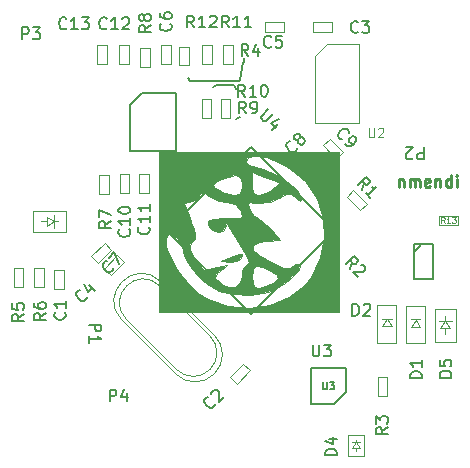
<source format=gbr>
G04 #@! TF.FileFunction,Other,Fab,Top*
%FSLAX46Y46*%
G04 Gerber Fmt 4.6, Leading zero omitted, Abs format (unit mm)*
G04 Created by KiCad (PCBNEW 4.0.4-stable) date 06/03/17 21:35:24*
%MOMM*%
%LPD*%
G01*
G04 APERTURE LIST*
%ADD10C,0.100000*%
%ADD11C,0.250000*%
%ADD12C,0.200000*%
%ADD13C,0.150000*%
%ADD14C,0.010000*%
%ADD15C,0.120000*%
%ADD16C,0.075000*%
G04 APERTURE END LIST*
D10*
D11*
X45547619Y-172395714D02*
X45547619Y-173062381D01*
X45547619Y-172490952D02*
X45595238Y-172443333D01*
X45690476Y-172395714D01*
X45833334Y-172395714D01*
X45928572Y-172443333D01*
X45976191Y-172538571D01*
X45976191Y-173062381D01*
X46452381Y-173062381D02*
X46452381Y-172395714D01*
X46452381Y-172490952D02*
X46500000Y-172443333D01*
X46595238Y-172395714D01*
X46738096Y-172395714D01*
X46833334Y-172443333D01*
X46880953Y-172538571D01*
X46880953Y-173062381D01*
X46880953Y-172538571D02*
X46928572Y-172443333D01*
X47023810Y-172395714D01*
X47166667Y-172395714D01*
X47261905Y-172443333D01*
X47309524Y-172538571D01*
X47309524Y-173062381D01*
X48166667Y-173014762D02*
X48071429Y-173062381D01*
X47880952Y-173062381D01*
X47785714Y-173014762D01*
X47738095Y-172919524D01*
X47738095Y-172538571D01*
X47785714Y-172443333D01*
X47880952Y-172395714D01*
X48071429Y-172395714D01*
X48166667Y-172443333D01*
X48214286Y-172538571D01*
X48214286Y-172633810D01*
X47738095Y-172729048D01*
X48642857Y-172395714D02*
X48642857Y-173062381D01*
X48642857Y-172490952D02*
X48690476Y-172443333D01*
X48785714Y-172395714D01*
X48928572Y-172395714D01*
X49023810Y-172443333D01*
X49071429Y-172538571D01*
X49071429Y-173062381D01*
X49976191Y-173062381D02*
X49976191Y-172062381D01*
X49976191Y-173014762D02*
X49880953Y-173062381D01*
X49690476Y-173062381D01*
X49595238Y-173014762D01*
X49547619Y-172967143D01*
X49500000Y-172871905D01*
X49500000Y-172586190D01*
X49547619Y-172490952D01*
X49595238Y-172443333D01*
X49690476Y-172395714D01*
X49880953Y-172395714D01*
X49976191Y-172443333D01*
X50452381Y-173062381D02*
X50452381Y-172395714D01*
X50452381Y-172062381D02*
X50404762Y-172110000D01*
X50452381Y-172157619D01*
X50500000Y-172110000D01*
X50452381Y-172062381D01*
X50452381Y-172157619D01*
D12*
X30130000Y-164440000D02*
X29810000Y-164610000D01*
X31570000Y-164440000D02*
X30130000Y-164440000D01*
X31730000Y-164770000D02*
X31570000Y-164440000D01*
X32130000Y-167090000D02*
X31790000Y-167320000D01*
X32400000Y-162440000D02*
X32450000Y-162110000D01*
X27940000Y-164090000D02*
X32040000Y-164080000D01*
X32070000Y-164040000D02*
X32390000Y-162460000D01*
D13*
X47638095Y-169697619D02*
X47638095Y-170697619D01*
X47257142Y-170697619D01*
X47161904Y-170650000D01*
X47114285Y-170602381D01*
X47066666Y-170507143D01*
X47066666Y-170364286D01*
X47114285Y-170269048D01*
X47161904Y-170221429D01*
X47257142Y-170173810D01*
X47638095Y-170173810D01*
X46685714Y-170602381D02*
X46638095Y-170650000D01*
X46542857Y-170697619D01*
X46304761Y-170697619D01*
X46209523Y-170650000D01*
X46161904Y-170602381D01*
X46114285Y-170507143D01*
X46114285Y-170411905D01*
X46161904Y-170269048D01*
X46733333Y-169697619D01*
X46114285Y-169697619D01*
X38238095Y-186402381D02*
X38238095Y-187211905D01*
X38285714Y-187307143D01*
X38333333Y-187354762D01*
X38428571Y-187402381D01*
X38619048Y-187402381D01*
X38714286Y-187354762D01*
X38761905Y-187307143D01*
X38809524Y-187211905D01*
X38809524Y-186402381D01*
X39190476Y-186402381D02*
X39809524Y-186402381D01*
X39476190Y-186783333D01*
X39619048Y-186783333D01*
X39714286Y-186830952D01*
X39761905Y-186878571D01*
X39809524Y-186973810D01*
X39809524Y-187211905D01*
X39761905Y-187307143D01*
X39714286Y-187354762D01*
X39619048Y-187402381D01*
X39333333Y-187402381D01*
X39238095Y-187354762D01*
X39190476Y-187307143D01*
X40302381Y-195788095D02*
X39302381Y-195788095D01*
X39302381Y-195550000D01*
X39350000Y-195407142D01*
X39445238Y-195311904D01*
X39540476Y-195264285D01*
X39730952Y-195216666D01*
X39873810Y-195216666D01*
X40064286Y-195264285D01*
X40159524Y-195311904D01*
X40254762Y-195407142D01*
X40302381Y-195550000D01*
X40302381Y-195788095D01*
X39635714Y-194359523D02*
X40302381Y-194359523D01*
X39254762Y-194597619D02*
X39969048Y-194835714D01*
X39969048Y-194216666D01*
X13661905Y-160552381D02*
X13661905Y-159552381D01*
X14042858Y-159552381D01*
X14138096Y-159600000D01*
X14185715Y-159647619D01*
X14233334Y-159742857D01*
X14233334Y-159885714D01*
X14185715Y-159980952D01*
X14138096Y-160028571D01*
X14042858Y-160076190D01*
X13661905Y-160076190D01*
X14566667Y-159552381D02*
X15185715Y-159552381D01*
X14852381Y-159933333D01*
X14995239Y-159933333D01*
X15090477Y-159980952D01*
X15138096Y-160028571D01*
X15185715Y-160123810D01*
X15185715Y-160361905D01*
X15138096Y-160457143D01*
X15090477Y-160504762D01*
X14995239Y-160552381D01*
X14709524Y-160552381D01*
X14614286Y-160504762D01*
X14566667Y-160457143D01*
X19347619Y-184711905D02*
X20347619Y-184711905D01*
X20347619Y-185092858D01*
X20300000Y-185188096D01*
X20252381Y-185235715D01*
X20157143Y-185283334D01*
X20014286Y-185283334D01*
X19919048Y-185235715D01*
X19871429Y-185188096D01*
X19823810Y-185092858D01*
X19823810Y-184711905D01*
X19347619Y-186235715D02*
X19347619Y-185664286D01*
X19347619Y-185950000D02*
X20347619Y-185950000D01*
X20204762Y-185854762D01*
X20109524Y-185759524D01*
X20061905Y-185664286D01*
X21061905Y-191202381D02*
X21061905Y-190202381D01*
X21442858Y-190202381D01*
X21538096Y-190250000D01*
X21585715Y-190297619D01*
X21633334Y-190392857D01*
X21633334Y-190535714D01*
X21585715Y-190630952D01*
X21538096Y-190678571D01*
X21442858Y-190726190D01*
X21061905Y-190726190D01*
X22490477Y-190535714D02*
X22490477Y-191202381D01*
X22252381Y-190154762D02*
X22014286Y-190869048D01*
X22633334Y-190869048D01*
X50002381Y-189188095D02*
X49002381Y-189188095D01*
X49002381Y-188950000D01*
X49050000Y-188807142D01*
X49145238Y-188711904D01*
X49240476Y-188664285D01*
X49430952Y-188616666D01*
X49573810Y-188616666D01*
X49764286Y-188664285D01*
X49859524Y-188711904D01*
X49954762Y-188807142D01*
X50002381Y-188950000D01*
X50002381Y-189188095D01*
X49002381Y-187711904D02*
X49002381Y-188188095D01*
X49478571Y-188235714D01*
X49430952Y-188188095D01*
X49383333Y-188092857D01*
X49383333Y-187854761D01*
X49430952Y-187759523D01*
X49478571Y-187711904D01*
X49573810Y-187664285D01*
X49811905Y-187664285D01*
X49907143Y-187711904D01*
X49954762Y-187759523D01*
X50002381Y-187854761D01*
X50002381Y-188092857D01*
X49954762Y-188188095D01*
X49907143Y-188235714D01*
X47502381Y-189238095D02*
X46502381Y-189238095D01*
X46502381Y-189000000D01*
X46550000Y-188857142D01*
X46645238Y-188761904D01*
X46740476Y-188714285D01*
X46930952Y-188666666D01*
X47073810Y-188666666D01*
X47264286Y-188714285D01*
X47359524Y-188761904D01*
X47454762Y-188857142D01*
X47502381Y-189000000D01*
X47502381Y-189238095D01*
X47502381Y-187714285D02*
X47502381Y-188285714D01*
X47502381Y-188000000D02*
X46502381Y-188000000D01*
X46645238Y-188095238D01*
X46740476Y-188190476D01*
X46788095Y-188285714D01*
X41611905Y-183952381D02*
X41611905Y-182952381D01*
X41850000Y-182952381D01*
X41992858Y-183000000D01*
X42088096Y-183095238D01*
X42135715Y-183190476D01*
X42183334Y-183380952D01*
X42183334Y-183523810D01*
X42135715Y-183714286D01*
X42088096Y-183809524D01*
X41992858Y-183904762D01*
X41850000Y-183952381D01*
X41611905Y-183952381D01*
X42564286Y-183047619D02*
X42611905Y-183000000D01*
X42707143Y-182952381D01*
X42945239Y-182952381D01*
X43040477Y-183000000D01*
X43088096Y-183047619D01*
X43135715Y-183142857D01*
X43135715Y-183238095D01*
X43088096Y-183380952D01*
X42516667Y-183952381D01*
X43135715Y-183952381D01*
D12*
X27900000Y-164050000D02*
X27675000Y-163825000D01*
X28107640Y-171262040D02*
X27467560Y-171902120D01*
X28072080Y-170695620D02*
X27160220Y-170695620D01*
X28130500Y-171234100D02*
X29075380Y-170289220D01*
D13*
X39361101Y-177470787D02*
X32997140Y-183834748D01*
X32997140Y-183834748D02*
X25926072Y-176763680D01*
X25926072Y-176763680D02*
X32997140Y-169692612D01*
X32997140Y-169692612D02*
X39361101Y-176056573D01*
X39361101Y-176056573D02*
X39361101Y-177470787D01*
D10*
X47380000Y-184245000D02*
X46580000Y-184245000D01*
X46980000Y-184295000D02*
X47380000Y-184895000D01*
X46580000Y-184895000D02*
X46980000Y-184295000D01*
X47380000Y-184895000D02*
X46580000Y-184895000D01*
X46180000Y-186295000D02*
X46180000Y-183095000D01*
X47780000Y-186295000D02*
X46180000Y-186295000D01*
X47780000Y-183095000D02*
X47780000Y-186295000D01*
X46180000Y-183095000D02*
X47780000Y-183095000D01*
X29931424Y-185593378D02*
G75*
G02X26643378Y-188881424I-1644023J-1644023D01*
G01*
X25405942Y-181067895D02*
G75*
G03X22117894Y-184355941I-1644024J-1644023D01*
G01*
X29560194Y-185681767D02*
G75*
G02X26731766Y-188510193I-1414214J-1414213D01*
G01*
X25317552Y-181439125D02*
G75*
G03X22489126Y-184267553I-1414213J-1414214D01*
G01*
X26643378Y-188881424D02*
X22117894Y-184355941D01*
X29931424Y-185593378D02*
X25405941Y-181067894D01*
X26731766Y-188510193D02*
X22489126Y-184267553D01*
X29560193Y-185681766D02*
X25317553Y-181439126D01*
D12*
X47460000Y-177975000D02*
X46860000Y-178575000D01*
X46847500Y-177925000D02*
X48472500Y-177925000D01*
X46847500Y-180825000D02*
X46847500Y-177925000D01*
X48472500Y-180825000D02*
X46847500Y-180825000D01*
X48472500Y-177925000D02*
X48472500Y-180825000D01*
D10*
X49470000Y-185005000D02*
X49470000Y-185505000D01*
X49070000Y-185005000D02*
X49470000Y-184405000D01*
X49870000Y-185005000D02*
X49070000Y-185005000D01*
X49470000Y-184405000D02*
X49870000Y-185005000D01*
X49470000Y-184405000D02*
X48920000Y-184405000D01*
X49470000Y-184405000D02*
X50020000Y-184405000D01*
X49470000Y-184005000D02*
X49470000Y-184405000D01*
X48570000Y-183355000D02*
X50370000Y-183355000D01*
X48570000Y-186155000D02*
X48570000Y-183355000D01*
X50370000Y-186155000D02*
X48570000Y-186155000D01*
X50370000Y-183355000D02*
X50370000Y-186155000D01*
X17176840Y-181678240D02*
X16376840Y-181678240D01*
X17176840Y-180078240D02*
X17176840Y-181678240D01*
X16376840Y-180078240D02*
X17176840Y-180078240D01*
X16376840Y-181678240D02*
X16376840Y-180078240D01*
X31812597Y-189717848D02*
X31246912Y-189152163D01*
X32943968Y-188586477D02*
X31812597Y-189717848D01*
X32378283Y-188020792D02*
X32943968Y-188586477D01*
X31246912Y-189152163D02*
X32378283Y-188020792D01*
X38289000Y-159896000D02*
X38289000Y-159096000D01*
X39889000Y-159896000D02*
X38289000Y-159896000D01*
X39889000Y-159096000D02*
X39889000Y-159896000D01*
X38289000Y-159096000D02*
X39889000Y-159096000D01*
X21707843Y-178851472D02*
X22273528Y-179417157D01*
X20576472Y-179982843D02*
X21707843Y-178851472D01*
X21142157Y-180548528D02*
X20576472Y-179982843D01*
X22273528Y-179417157D02*
X21142157Y-180548528D01*
X34225000Y-159896000D02*
X34225000Y-159096000D01*
X35825000Y-159896000D02*
X34225000Y-159896000D01*
X35825000Y-159096000D02*
X35825000Y-159896000D01*
X34225000Y-159096000D02*
X35825000Y-159096000D01*
X20067157Y-179498528D02*
X19501472Y-178932843D01*
X21198528Y-178367157D02*
X20067157Y-179498528D01*
X20632843Y-177801472D02*
X21198528Y-178367157D01*
X19501472Y-178932843D02*
X20632843Y-177801472D01*
X37919632Y-170733917D02*
X38485317Y-170168232D01*
X39051003Y-171865288D02*
X37919632Y-170733917D01*
X39616688Y-171299603D02*
X39051003Y-171865288D01*
X38485317Y-170168232D02*
X39616688Y-171299603D01*
X39119632Y-169533917D02*
X39685317Y-168968232D01*
X40251003Y-170665288D02*
X39119632Y-169533917D01*
X40816688Y-170099603D02*
X40251003Y-170665288D01*
X39685317Y-168968232D02*
X40816688Y-170099603D01*
X21920000Y-171935000D02*
X22720000Y-171935000D01*
X21920000Y-173535000D02*
X21920000Y-171935000D01*
X22720000Y-173535000D02*
X21920000Y-173535000D01*
X22720000Y-171935000D02*
X22720000Y-173535000D01*
X22675000Y-162675000D02*
X21875000Y-162675000D01*
X22675000Y-161075000D02*
X22675000Y-162675000D01*
X21875000Y-161075000D02*
X22675000Y-161075000D01*
X21875000Y-162675000D02*
X21875000Y-161075000D01*
X20825000Y-162650000D02*
X20025000Y-162650000D01*
X20825000Y-161050000D02*
X20825000Y-162650000D01*
X20025000Y-161050000D02*
X20825000Y-161050000D01*
X20025000Y-162650000D02*
X20025000Y-161050000D01*
X41141472Y-173912157D02*
X41707157Y-173346472D01*
X42272843Y-175043528D02*
X41141472Y-173912157D01*
X42838528Y-174477843D02*
X42272843Y-175043528D01*
X41707157Y-173346472D02*
X42838528Y-174477843D01*
X39385317Y-182765288D02*
X38819632Y-182199603D01*
X40516688Y-181633917D02*
X39385317Y-182765288D01*
X39951003Y-181068232D02*
X40516688Y-181633917D01*
X38819632Y-182199603D02*
X39951003Y-181068232D01*
X44570000Y-190785000D02*
X43770000Y-190785000D01*
X44570000Y-189185000D02*
X44570000Y-190785000D01*
X43770000Y-189185000D02*
X44570000Y-189185000D01*
X43770000Y-190785000D02*
X43770000Y-189185000D01*
X27768160Y-162766760D02*
X26968160Y-162766760D01*
X27768160Y-161166760D02*
X27768160Y-162766760D01*
X26968160Y-161166760D02*
X27768160Y-161166760D01*
X26968160Y-162766760D02*
X26968160Y-161166760D01*
X13746840Y-181518240D02*
X12946840Y-181518240D01*
X13746840Y-179918240D02*
X13746840Y-181518240D01*
X12946840Y-179918240D02*
X13746840Y-179918240D01*
X12946840Y-181518240D02*
X12946840Y-179918240D01*
X14696840Y-179918240D02*
X15496840Y-179918240D01*
X14696840Y-181518240D02*
X14696840Y-179918240D01*
X15496840Y-181518240D02*
X14696840Y-181518240D01*
X15496840Y-179918240D02*
X15496840Y-181518240D01*
X21000000Y-173635000D02*
X20200000Y-173635000D01*
X21000000Y-172035000D02*
X21000000Y-173635000D01*
X20200000Y-172035000D02*
X21000000Y-172035000D01*
X20200000Y-173635000D02*
X20200000Y-172035000D01*
X23668160Y-161266760D02*
X24468160Y-161266760D01*
X23668160Y-162866760D02*
X23668160Y-161266760D01*
X24468160Y-162866760D02*
X23668160Y-162866760D01*
X24468160Y-161266760D02*
X24468160Y-162866760D01*
X29675000Y-167200000D02*
X28875000Y-167200000D01*
X29675000Y-165600000D02*
X29675000Y-167200000D01*
X28875000Y-165600000D02*
X29675000Y-165600000D01*
X28875000Y-167200000D02*
X28875000Y-165600000D01*
X31261000Y-167205560D02*
X30461000Y-167205560D01*
X31261000Y-165605560D02*
X31261000Y-167205560D01*
X30461000Y-165605560D02*
X31261000Y-165605560D01*
X30461000Y-167205560D02*
X30461000Y-165605560D01*
X30668160Y-161016760D02*
X31468160Y-161016760D01*
X30668160Y-162616760D02*
X30668160Y-161016760D01*
X31468160Y-162616760D02*
X30668160Y-162616760D01*
X31468160Y-161016760D02*
X31468160Y-162616760D01*
X29718160Y-162616760D02*
X28918160Y-162616760D01*
X29718160Y-161016760D02*
X29718160Y-162616760D01*
X28918160Y-161016760D02*
X29718160Y-161016760D01*
X28918160Y-162616760D02*
X28918160Y-161016760D01*
D13*
X23774360Y-165136660D02*
X26674360Y-165136660D01*
X26674360Y-165136660D02*
X26674360Y-170036660D01*
X26674360Y-170036660D02*
X22774360Y-170036660D01*
X22774360Y-170036660D02*
X22774360Y-166136660D01*
X22774360Y-166136660D02*
X23774360Y-165136660D01*
D10*
X26218160Y-162616760D02*
X25418160Y-162616760D01*
X26218160Y-161016760D02*
X26218160Y-162616760D01*
X25418160Y-161016760D02*
X26218160Y-161016760D01*
X25418160Y-162616760D02*
X25418160Y-161016760D01*
X23560000Y-171945000D02*
X24360000Y-171945000D01*
X23560000Y-173545000D02*
X23560000Y-171945000D01*
X24360000Y-173545000D02*
X23560000Y-173545000D01*
X24360000Y-171945000D02*
X24360000Y-173545000D01*
X44940000Y-184195000D02*
X44140000Y-184195000D01*
X44540000Y-184245000D02*
X44940000Y-184845000D01*
X44140000Y-184845000D02*
X44540000Y-184245000D01*
X44940000Y-184845000D02*
X44140000Y-184845000D01*
X43740000Y-186245000D02*
X43740000Y-183045000D01*
X45340000Y-186245000D02*
X43740000Y-186245000D01*
X45340000Y-183045000D02*
X45340000Y-186245000D01*
X43740000Y-183045000D02*
X45340000Y-183045000D01*
X15730000Y-175955000D02*
X15230000Y-175955000D01*
X15730000Y-175555000D02*
X16330000Y-175955000D01*
X15730000Y-176355000D02*
X15730000Y-175555000D01*
X16330000Y-175955000D02*
X15730000Y-176355000D01*
X16330000Y-175955000D02*
X16330000Y-175405000D01*
X16330000Y-175955000D02*
X16330000Y-176505000D01*
X16730000Y-175955000D02*
X16330000Y-175955000D01*
X17380000Y-175055000D02*
X17380000Y-176855000D01*
X14580000Y-175055000D02*
X17380000Y-175055000D01*
X14580000Y-176855000D02*
X14580000Y-175055000D01*
X17380000Y-176855000D02*
X14580000Y-176855000D01*
X38452180Y-161971960D02*
X39502180Y-160921960D01*
X38452180Y-161971960D02*
X38452180Y-167621960D01*
X39502180Y-160921960D02*
X42152180Y-160921960D01*
X38452180Y-167621960D02*
X42152180Y-167621960D01*
X42152180Y-160921960D02*
X42152180Y-167621960D01*
X41910000Y-195155000D02*
X41910000Y-195405000D01*
X41560000Y-195155000D02*
X41910000Y-194655000D01*
X42260000Y-195155000D02*
X41560000Y-195155000D01*
X41910000Y-194655000D02*
X42260000Y-195155000D01*
X41910000Y-194655000D02*
X41910000Y-194455000D01*
X42260000Y-194655000D02*
X41560000Y-194655000D01*
X41210000Y-194055000D02*
X42610000Y-194055000D01*
X41210000Y-195855000D02*
X41210000Y-194055000D01*
X42610000Y-195855000D02*
X41210000Y-195855000D01*
X42610000Y-194055000D02*
X42610000Y-195855000D01*
D13*
X40080000Y-191405000D02*
X38080000Y-191405000D01*
X38080000Y-191405000D02*
X38080000Y-188405000D01*
X38080000Y-188405000D02*
X41080000Y-188405000D01*
X41080000Y-188405000D02*
X41080000Y-190405000D01*
X41080000Y-190405000D02*
X40080000Y-191405000D01*
D10*
X48940000Y-176280000D02*
X48940000Y-175480000D01*
X50540000Y-176280000D02*
X48940000Y-176280000D01*
X50540000Y-175480000D02*
X50540000Y-176280000D01*
X48940000Y-175480000D02*
X50540000Y-175480000D01*
D14*
G36*
X40480000Y-170076667D02*
X25240000Y-170076667D01*
X25240000Y-172797198D01*
X29840272Y-172797198D01*
X30293702Y-172479805D01*
X30813888Y-172253837D01*
X31636810Y-172019390D01*
X32095953Y-172175828D01*
X32271550Y-172753991D01*
X33142222Y-172753991D01*
X33142222Y-171762425D01*
X34164466Y-172189546D01*
X34860343Y-172465215D01*
X35312612Y-172616732D01*
X35363910Y-172626056D01*
X35402381Y-172751433D01*
X35095675Y-173030218D01*
X34600871Y-173358264D01*
X34075050Y-173631425D01*
X33675400Y-173745556D01*
X33305437Y-173622153D01*
X33157119Y-173157304D01*
X33142222Y-172753991D01*
X32271550Y-172753991D01*
X32277333Y-172773029D01*
X32291233Y-173110556D01*
X32093955Y-173619543D01*
X31514667Y-173740493D01*
X30586504Y-173467799D01*
X30474390Y-173418033D01*
X29906742Y-173088539D01*
X29840272Y-172797198D01*
X25240000Y-172797198D01*
X25240000Y-174386674D01*
X27350193Y-174386674D01*
X27754300Y-174310000D01*
X28311638Y-174135922D01*
X28524607Y-173886667D01*
X28752953Y-173529137D01*
X29110300Y-173569411D01*
X29597829Y-173895642D01*
X30301601Y-174213918D01*
X30928455Y-174310000D01*
X31650903Y-174536134D01*
X32168344Y-175085732D01*
X32295555Y-175561446D01*
X32040482Y-175649555D01*
X31383552Y-175707543D01*
X30769754Y-175721111D01*
X29895599Y-175740948D01*
X29463157Y-175833840D01*
X29350168Y-176049860D01*
X29391559Y-176285556D01*
X29708062Y-176708608D01*
X30217402Y-176865374D01*
X30692916Y-176745304D01*
X30907366Y-176356111D01*
X30980702Y-176127494D01*
X31179654Y-176409397D01*
X31260143Y-176577438D01*
X31656808Y-177303338D01*
X32178704Y-178108369D01*
X32225000Y-178173227D01*
X32726601Y-178994925D01*
X32837074Y-179508012D01*
X32577777Y-179672222D01*
X32355820Y-179911541D01*
X32291233Y-180307222D01*
X32227177Y-180660000D01*
X33142222Y-180660000D01*
X33208076Y-179972964D01*
X33472453Y-179715284D01*
X34035576Y-179847776D01*
X34567348Y-180102803D01*
X35223108Y-180528419D01*
X35326934Y-180876029D01*
X34876535Y-181196040D01*
X34511219Y-181337947D01*
X33712356Y-181583527D01*
X33305579Y-181552752D01*
X33159581Y-181180597D01*
X33142222Y-180660000D01*
X32227177Y-180660000D01*
X32135501Y-181164890D01*
X31688733Y-181545641D01*
X31131345Y-181502327D01*
X30273305Y-181156096D01*
X29955882Y-180787790D01*
X30155577Y-180356102D01*
X30368598Y-180161604D01*
X31025555Y-179627655D01*
X30184150Y-179812814D01*
X29497010Y-179960715D01*
X29071840Y-180046765D01*
X28783769Y-179852414D01*
X28380619Y-179306089D01*
X28219912Y-179030340D01*
X27878628Y-178333534D01*
X27828053Y-177946723D01*
X28043961Y-177711364D01*
X28273245Y-177474906D01*
X28289351Y-177073213D01*
X28094565Y-176335145D01*
X28063680Y-176236580D01*
X27770986Y-175412849D01*
X27493569Y-174794310D01*
X27412385Y-174662778D01*
X27350193Y-174386674D01*
X25240000Y-174386674D01*
X25240000Y-177377145D01*
X25824969Y-177377145D01*
X25995173Y-177035567D01*
X26322234Y-177032934D01*
X26748589Y-177369053D01*
X27127069Y-177874886D01*
X27310504Y-178381393D01*
X27299766Y-178534014D01*
X27409952Y-179060635D01*
X27864008Y-179779976D01*
X28544171Y-180559963D01*
X29332678Y-181268520D01*
X30111766Y-181773570D01*
X30240379Y-181832033D01*
X31540285Y-182150745D01*
X33028244Y-182178452D01*
X34434210Y-181923944D01*
X35058465Y-181675243D01*
X35872349Y-181175658D01*
X36573329Y-180604498D01*
X37056257Y-180068080D01*
X37215984Y-179672719D01*
X37146535Y-179563992D01*
X36762429Y-179601379D01*
X36567913Y-179766311D01*
X36294455Y-179932929D01*
X35835152Y-179876745D01*
X35060015Y-179572928D01*
X34704893Y-179410426D01*
X33684083Y-178844654D01*
X33180246Y-178356844D01*
X33199155Y-177973158D01*
X33746583Y-177719762D01*
X34314714Y-177642338D01*
X35487207Y-177555556D01*
X34712960Y-176638333D01*
X34160966Y-176068369D01*
X33711222Y-175745813D01*
X33611023Y-175718909D01*
X33267407Y-175487561D01*
X32940438Y-174978031D01*
X32741328Y-174484149D01*
X32861344Y-174317853D01*
X33410633Y-174371439D01*
X33539530Y-174392218D01*
X34659615Y-174327776D01*
X35379207Y-173999164D01*
X36000060Y-173662656D01*
X36375126Y-173634081D01*
X36718712Y-173895062D01*
X37149788Y-174215726D01*
X37294152Y-174101750D01*
X37114286Y-173624954D01*
X36977293Y-173400095D01*
X36288179Y-172696577D01*
X35250983Y-172027200D01*
X34075037Y-171514905D01*
X33495000Y-171354925D01*
X32873242Y-171166581D01*
X32580981Y-170966425D01*
X32577777Y-170947946D01*
X32801746Y-170538729D01*
X33405091Y-170409687D01*
X34284975Y-170547625D01*
X35338559Y-170939350D01*
X36218815Y-171415080D01*
X37608174Y-172579555D01*
X38585831Y-174036346D01*
X39137410Y-175680348D01*
X39248536Y-177406454D01*
X38904830Y-179109554D01*
X38091919Y-180684544D01*
X37573436Y-181318950D01*
X36231652Y-182366297D01*
X34608996Y-183022891D01*
X32841574Y-183278408D01*
X31065492Y-183122524D01*
X29416857Y-182544916D01*
X28559699Y-182002633D01*
X27633441Y-181141953D01*
X26837437Y-180134011D01*
X26231088Y-179093860D01*
X25873797Y-178136553D01*
X25824969Y-177377145D01*
X25240000Y-177377145D01*
X25240000Y-183623333D01*
X40480000Y-183623333D01*
X40480000Y-170076667D01*
X40480000Y-170076667D01*
G37*
X40480000Y-170076667D02*
X25240000Y-170076667D01*
X25240000Y-172797198D01*
X29840272Y-172797198D01*
X30293702Y-172479805D01*
X30813888Y-172253837D01*
X31636810Y-172019390D01*
X32095953Y-172175828D01*
X32271550Y-172753991D01*
X33142222Y-172753991D01*
X33142222Y-171762425D01*
X34164466Y-172189546D01*
X34860343Y-172465215D01*
X35312612Y-172616732D01*
X35363910Y-172626056D01*
X35402381Y-172751433D01*
X35095675Y-173030218D01*
X34600871Y-173358264D01*
X34075050Y-173631425D01*
X33675400Y-173745556D01*
X33305437Y-173622153D01*
X33157119Y-173157304D01*
X33142222Y-172753991D01*
X32271550Y-172753991D01*
X32277333Y-172773029D01*
X32291233Y-173110556D01*
X32093955Y-173619543D01*
X31514667Y-173740493D01*
X30586504Y-173467799D01*
X30474390Y-173418033D01*
X29906742Y-173088539D01*
X29840272Y-172797198D01*
X25240000Y-172797198D01*
X25240000Y-174386674D01*
X27350193Y-174386674D01*
X27754300Y-174310000D01*
X28311638Y-174135922D01*
X28524607Y-173886667D01*
X28752953Y-173529137D01*
X29110300Y-173569411D01*
X29597829Y-173895642D01*
X30301601Y-174213918D01*
X30928455Y-174310000D01*
X31650903Y-174536134D01*
X32168344Y-175085732D01*
X32295555Y-175561446D01*
X32040482Y-175649555D01*
X31383552Y-175707543D01*
X30769754Y-175721111D01*
X29895599Y-175740948D01*
X29463157Y-175833840D01*
X29350168Y-176049860D01*
X29391559Y-176285556D01*
X29708062Y-176708608D01*
X30217402Y-176865374D01*
X30692916Y-176745304D01*
X30907366Y-176356111D01*
X30980702Y-176127494D01*
X31179654Y-176409397D01*
X31260143Y-176577438D01*
X31656808Y-177303338D01*
X32178704Y-178108369D01*
X32225000Y-178173227D01*
X32726601Y-178994925D01*
X32837074Y-179508012D01*
X32577777Y-179672222D01*
X32355820Y-179911541D01*
X32291233Y-180307222D01*
X32227177Y-180660000D01*
X33142222Y-180660000D01*
X33208076Y-179972964D01*
X33472453Y-179715284D01*
X34035576Y-179847776D01*
X34567348Y-180102803D01*
X35223108Y-180528419D01*
X35326934Y-180876029D01*
X34876535Y-181196040D01*
X34511219Y-181337947D01*
X33712356Y-181583527D01*
X33305579Y-181552752D01*
X33159581Y-181180597D01*
X33142222Y-180660000D01*
X32227177Y-180660000D01*
X32135501Y-181164890D01*
X31688733Y-181545641D01*
X31131345Y-181502327D01*
X30273305Y-181156096D01*
X29955882Y-180787790D01*
X30155577Y-180356102D01*
X30368598Y-180161604D01*
X31025555Y-179627655D01*
X30184150Y-179812814D01*
X29497010Y-179960715D01*
X29071840Y-180046765D01*
X28783769Y-179852414D01*
X28380619Y-179306089D01*
X28219912Y-179030340D01*
X27878628Y-178333534D01*
X27828053Y-177946723D01*
X28043961Y-177711364D01*
X28273245Y-177474906D01*
X28289351Y-177073213D01*
X28094565Y-176335145D01*
X28063680Y-176236580D01*
X27770986Y-175412849D01*
X27493569Y-174794310D01*
X27412385Y-174662778D01*
X27350193Y-174386674D01*
X25240000Y-174386674D01*
X25240000Y-177377145D01*
X25824969Y-177377145D01*
X25995173Y-177035567D01*
X26322234Y-177032934D01*
X26748589Y-177369053D01*
X27127069Y-177874886D01*
X27310504Y-178381393D01*
X27299766Y-178534014D01*
X27409952Y-179060635D01*
X27864008Y-179779976D01*
X28544171Y-180559963D01*
X29332678Y-181268520D01*
X30111766Y-181773570D01*
X30240379Y-181832033D01*
X31540285Y-182150745D01*
X33028244Y-182178452D01*
X34434210Y-181923944D01*
X35058465Y-181675243D01*
X35872349Y-181175658D01*
X36573329Y-180604498D01*
X37056257Y-180068080D01*
X37215984Y-179672719D01*
X37146535Y-179563992D01*
X36762429Y-179601379D01*
X36567913Y-179766311D01*
X36294455Y-179932929D01*
X35835152Y-179876745D01*
X35060015Y-179572928D01*
X34704893Y-179410426D01*
X33684083Y-178844654D01*
X33180246Y-178356844D01*
X33199155Y-177973158D01*
X33746583Y-177719762D01*
X34314714Y-177642338D01*
X35487207Y-177555556D01*
X34712960Y-176638333D01*
X34160966Y-176068369D01*
X33711222Y-175745813D01*
X33611023Y-175718909D01*
X33267407Y-175487561D01*
X32940438Y-174978031D01*
X32741328Y-174484149D01*
X32861344Y-174317853D01*
X33410633Y-174371439D01*
X33539530Y-174392218D01*
X34659615Y-174327776D01*
X35379207Y-173999164D01*
X36000060Y-173662656D01*
X36375126Y-173634081D01*
X36718712Y-173895062D01*
X37149788Y-174215726D01*
X37294152Y-174101750D01*
X37114286Y-173624954D01*
X36977293Y-173400095D01*
X36288179Y-172696577D01*
X35250983Y-172027200D01*
X34075037Y-171514905D01*
X33495000Y-171354925D01*
X32873242Y-171166581D01*
X32580981Y-170966425D01*
X32577777Y-170947946D01*
X32801746Y-170538729D01*
X33405091Y-170409687D01*
X34284975Y-170547625D01*
X35338559Y-170939350D01*
X36218815Y-171415080D01*
X37608174Y-172579555D01*
X38585831Y-174036346D01*
X39137410Y-175680348D01*
X39248536Y-177406454D01*
X38904830Y-179109554D01*
X38091919Y-180684544D01*
X37573436Y-181318950D01*
X36231652Y-182366297D01*
X34608996Y-183022891D01*
X32841574Y-183278408D01*
X31065492Y-183122524D01*
X29416857Y-182544916D01*
X28559699Y-182002633D01*
X27633441Y-181141953D01*
X26837437Y-180134011D01*
X26231088Y-179093860D01*
X25873797Y-178136553D01*
X25824969Y-177377145D01*
X25240000Y-177377145D01*
X25240000Y-183623333D01*
X40480000Y-183623333D01*
X40480000Y-170076667D01*
G36*
X31849853Y-179285593D02*
X32166049Y-179089001D01*
X32274576Y-178761831D01*
X31978569Y-178741621D01*
X31307777Y-178993973D01*
X30461111Y-179364542D01*
X31220566Y-179377271D01*
X31849853Y-179285593D01*
X31849853Y-179285593D01*
G37*
X31849853Y-179285593D02*
X32166049Y-179089001D01*
X32274576Y-178761831D01*
X31978569Y-178741621D01*
X31307777Y-178993973D01*
X30461111Y-179364542D01*
X31220566Y-179377271D01*
X31849853Y-179285593D01*
D13*
X34498477Y-166464027D02*
X33926057Y-167036447D01*
X33892385Y-167137462D01*
X33892385Y-167204805D01*
X33926057Y-167305820D01*
X34060745Y-167440508D01*
X34161760Y-167474180D01*
X34229103Y-167474180D01*
X34330118Y-167440508D01*
X34902538Y-166868088D01*
X35306600Y-167743553D02*
X34835195Y-168214958D01*
X35407614Y-167305820D02*
X34734179Y-167642538D01*
X35171912Y-168080271D01*
X17257143Y-183666666D02*
X17304762Y-183714285D01*
X17352381Y-183857142D01*
X17352381Y-183952380D01*
X17304762Y-184095238D01*
X17209524Y-184190476D01*
X17114286Y-184238095D01*
X16923810Y-184285714D01*
X16780952Y-184285714D01*
X16590476Y-184238095D01*
X16495238Y-184190476D01*
X16400000Y-184095238D01*
X16352381Y-183952380D01*
X16352381Y-183857142D01*
X16400000Y-183714285D01*
X16447619Y-183666666D01*
X17352381Y-182714285D02*
X17352381Y-183285714D01*
X17352381Y-183000000D02*
X16352381Y-183000000D01*
X16495238Y-183095238D01*
X16590476Y-183190476D01*
X16638095Y-183285714D01*
X29984688Y-191420389D02*
X29984688Y-191487732D01*
X29917344Y-191622419D01*
X29850001Y-191689763D01*
X29715313Y-191757107D01*
X29580626Y-191757107D01*
X29479611Y-191723435D01*
X29311253Y-191622420D01*
X29210237Y-191521404D01*
X29109222Y-191353045D01*
X29075550Y-191252030D01*
X29075550Y-191117343D01*
X29142894Y-190982656D01*
X29210237Y-190915312D01*
X29344924Y-190847969D01*
X29412268Y-190847969D01*
X29681641Y-190578595D02*
X29681641Y-190511252D01*
X29715313Y-190410237D01*
X29883672Y-190241877D01*
X29984688Y-190208206D01*
X30052031Y-190208206D01*
X30153046Y-190241877D01*
X30220390Y-190309221D01*
X30287733Y-190443908D01*
X30287733Y-191252030D01*
X30725466Y-190814297D01*
X42083334Y-159907143D02*
X42035715Y-159954762D01*
X41892858Y-160002381D01*
X41797620Y-160002381D01*
X41654762Y-159954762D01*
X41559524Y-159859524D01*
X41511905Y-159764286D01*
X41464286Y-159573810D01*
X41464286Y-159430952D01*
X41511905Y-159240476D01*
X41559524Y-159145238D01*
X41654762Y-159050000D01*
X41797620Y-159002381D01*
X41892858Y-159002381D01*
X42035715Y-159050000D01*
X42083334Y-159097619D01*
X42416667Y-159002381D02*
X43035715Y-159002381D01*
X42702381Y-159383333D01*
X42845239Y-159383333D01*
X42940477Y-159430952D01*
X42988096Y-159478571D01*
X43035715Y-159573810D01*
X43035715Y-159811905D01*
X42988096Y-159907143D01*
X42940477Y-159954762D01*
X42845239Y-160002381D01*
X42559524Y-160002381D01*
X42464286Y-159954762D01*
X42416667Y-159907143D01*
X19134688Y-182370390D02*
X19134688Y-182437733D01*
X19067344Y-182572420D01*
X19000001Y-182639764D01*
X18865313Y-182707108D01*
X18730626Y-182707108D01*
X18629611Y-182673436D01*
X18461253Y-182572421D01*
X18360237Y-182471405D01*
X18259222Y-182303046D01*
X18225550Y-182202031D01*
X18225550Y-182067344D01*
X18292894Y-181932657D01*
X18360237Y-181865313D01*
X18494924Y-181797970D01*
X18562268Y-181797970D01*
X19336718Y-181360237D02*
X19808123Y-181831642D01*
X18898985Y-181259223D02*
X19235703Y-181932658D01*
X19673436Y-181494925D01*
X34733334Y-161157143D02*
X34685715Y-161204762D01*
X34542858Y-161252381D01*
X34447620Y-161252381D01*
X34304762Y-161204762D01*
X34209524Y-161109524D01*
X34161905Y-161014286D01*
X34114286Y-160823810D01*
X34114286Y-160680952D01*
X34161905Y-160490476D01*
X34209524Y-160395238D01*
X34304762Y-160300000D01*
X34447620Y-160252381D01*
X34542858Y-160252381D01*
X34685715Y-160300000D01*
X34733334Y-160347619D01*
X35638096Y-160252381D02*
X35161905Y-160252381D01*
X35114286Y-160728571D01*
X35161905Y-160680952D01*
X35257143Y-160633333D01*
X35495239Y-160633333D01*
X35590477Y-160680952D01*
X35638096Y-160728571D01*
X35685715Y-160823810D01*
X35685715Y-161061905D01*
X35638096Y-161157143D01*
X35590477Y-161204762D01*
X35495239Y-161252381D01*
X35257143Y-161252381D01*
X35161905Y-161204762D01*
X35114286Y-161157143D01*
X21384688Y-179920389D02*
X21384688Y-179987732D01*
X21317344Y-180122419D01*
X21250001Y-180189763D01*
X21115313Y-180257107D01*
X20980626Y-180257107D01*
X20879611Y-180223435D01*
X20711253Y-180122420D01*
X20610237Y-180021404D01*
X20509222Y-179853045D01*
X20475550Y-179752030D01*
X20475550Y-179617343D01*
X20542894Y-179482656D01*
X20610237Y-179415312D01*
X20744924Y-179347969D01*
X20812268Y-179347969D01*
X20980626Y-179044924D02*
X21452031Y-178573519D01*
X21856092Y-179583672D01*
X36937688Y-169772389D02*
X36937688Y-169839732D01*
X36870344Y-169974419D01*
X36803001Y-170041763D01*
X36668313Y-170109107D01*
X36533626Y-170109107D01*
X36432611Y-170075435D01*
X36264253Y-169974420D01*
X36163237Y-169873404D01*
X36062222Y-169705045D01*
X36028550Y-169604030D01*
X36028550Y-169469343D01*
X36095894Y-169334656D01*
X36163237Y-169267312D01*
X36297924Y-169199969D01*
X36365268Y-169199969D01*
X37005030Y-169031610D02*
X36904015Y-169065282D01*
X36836672Y-169065282D01*
X36735657Y-169031610D01*
X36701985Y-168997939D01*
X36668313Y-168896924D01*
X36668313Y-168829580D01*
X36701985Y-168728565D01*
X36836672Y-168593877D01*
X36937688Y-168560206D01*
X37005031Y-168560206D01*
X37106046Y-168593877D01*
X37139718Y-168627549D01*
X37173390Y-168728564D01*
X37173390Y-168795908D01*
X37139718Y-168896923D01*
X37005030Y-169031610D01*
X36971359Y-169132626D01*
X36971359Y-169199969D01*
X37005031Y-169300985D01*
X37139718Y-169435672D01*
X37240733Y-169469343D01*
X37308076Y-169469343D01*
X37409092Y-169435672D01*
X37543779Y-169300984D01*
X37577451Y-169199969D01*
X37577451Y-169132626D01*
X37543779Y-169031610D01*
X37409092Y-168896924D01*
X37308076Y-168863251D01*
X37240733Y-168863251D01*
X37139718Y-168896923D01*
X40750611Y-169028688D02*
X40683268Y-169028688D01*
X40548581Y-168961344D01*
X40481237Y-168894001D01*
X40413893Y-168759313D01*
X40413893Y-168624626D01*
X40447565Y-168523611D01*
X40548580Y-168355253D01*
X40649596Y-168254237D01*
X40817955Y-168153222D01*
X40918970Y-168119550D01*
X41053657Y-168119550D01*
X41188344Y-168186894D01*
X41255688Y-168254237D01*
X41323031Y-168388924D01*
X41323031Y-168456268D01*
X41019985Y-169432748D02*
X41154672Y-169567435D01*
X41255688Y-169601107D01*
X41323031Y-169601107D01*
X41491390Y-169567436D01*
X41659748Y-169466421D01*
X41929123Y-169197046D01*
X41962794Y-169096031D01*
X41962794Y-169028688D01*
X41929123Y-168927672D01*
X41794435Y-168792985D01*
X41693420Y-168759313D01*
X41626076Y-168759313D01*
X41525061Y-168792985D01*
X41356703Y-168961343D01*
X41323031Y-169062359D01*
X41323030Y-169129703D01*
X41356702Y-169230718D01*
X41491390Y-169365405D01*
X41592405Y-169399077D01*
X41659749Y-169399076D01*
X41760764Y-169365405D01*
X22707143Y-176642857D02*
X22754762Y-176690476D01*
X22802381Y-176833333D01*
X22802381Y-176928571D01*
X22754762Y-177071429D01*
X22659524Y-177166667D01*
X22564286Y-177214286D01*
X22373810Y-177261905D01*
X22230952Y-177261905D01*
X22040476Y-177214286D01*
X21945238Y-177166667D01*
X21850000Y-177071429D01*
X21802381Y-176928571D01*
X21802381Y-176833333D01*
X21850000Y-176690476D01*
X21897619Y-176642857D01*
X22802381Y-175690476D02*
X22802381Y-176261905D01*
X22802381Y-175976191D02*
X21802381Y-175976191D01*
X21945238Y-176071429D01*
X22040476Y-176166667D01*
X22088095Y-176261905D01*
X21802381Y-175071429D02*
X21802381Y-174976190D01*
X21850000Y-174880952D01*
X21897619Y-174833333D01*
X21992857Y-174785714D01*
X22183333Y-174738095D01*
X22421429Y-174738095D01*
X22611905Y-174785714D01*
X22707143Y-174833333D01*
X22754762Y-174880952D01*
X22802381Y-174976190D01*
X22802381Y-175071429D01*
X22754762Y-175166667D01*
X22707143Y-175214286D01*
X22611905Y-175261905D01*
X22421429Y-175309524D01*
X22183333Y-175309524D01*
X21992857Y-175261905D01*
X21897619Y-175214286D01*
X21850000Y-175166667D01*
X21802381Y-175071429D01*
X20807143Y-159607143D02*
X20759524Y-159654762D01*
X20616667Y-159702381D01*
X20521429Y-159702381D01*
X20378571Y-159654762D01*
X20283333Y-159559524D01*
X20235714Y-159464286D01*
X20188095Y-159273810D01*
X20188095Y-159130952D01*
X20235714Y-158940476D01*
X20283333Y-158845238D01*
X20378571Y-158750000D01*
X20521429Y-158702381D01*
X20616667Y-158702381D01*
X20759524Y-158750000D01*
X20807143Y-158797619D01*
X21759524Y-159702381D02*
X21188095Y-159702381D01*
X21473809Y-159702381D02*
X21473809Y-158702381D01*
X21378571Y-158845238D01*
X21283333Y-158940476D01*
X21188095Y-158988095D01*
X22140476Y-158797619D02*
X22188095Y-158750000D01*
X22283333Y-158702381D01*
X22521429Y-158702381D01*
X22616667Y-158750000D01*
X22664286Y-158797619D01*
X22711905Y-158892857D01*
X22711905Y-158988095D01*
X22664286Y-159130952D01*
X22092857Y-159702381D01*
X22711905Y-159702381D01*
X17407143Y-159607143D02*
X17359524Y-159654762D01*
X17216667Y-159702381D01*
X17121429Y-159702381D01*
X16978571Y-159654762D01*
X16883333Y-159559524D01*
X16835714Y-159464286D01*
X16788095Y-159273810D01*
X16788095Y-159130952D01*
X16835714Y-158940476D01*
X16883333Y-158845238D01*
X16978571Y-158750000D01*
X17121429Y-158702381D01*
X17216667Y-158702381D01*
X17359524Y-158750000D01*
X17407143Y-158797619D01*
X18359524Y-159702381D02*
X17788095Y-159702381D01*
X18073809Y-159702381D02*
X18073809Y-158702381D01*
X17978571Y-158845238D01*
X17883333Y-158940476D01*
X17788095Y-158988095D01*
X18692857Y-158702381D02*
X19311905Y-158702381D01*
X18978571Y-159083333D01*
X19121429Y-159083333D01*
X19216667Y-159130952D01*
X19264286Y-159178571D01*
X19311905Y-159273810D01*
X19311905Y-159511905D01*
X19264286Y-159607143D01*
X19216667Y-159654762D01*
X19121429Y-159702381D01*
X18835714Y-159702381D01*
X18740476Y-159654762D01*
X18692857Y-159607143D01*
X42462268Y-173302031D02*
X42563283Y-172729610D01*
X42058206Y-172897970D02*
X42765313Y-172190863D01*
X43034688Y-172460237D01*
X43068359Y-172561253D01*
X43068359Y-172628596D01*
X43034688Y-172729611D01*
X42933672Y-172830626D01*
X42832657Y-172864298D01*
X42765314Y-172864298D01*
X42664299Y-172830626D01*
X42394924Y-172561252D01*
X43135703Y-173975466D02*
X42731641Y-173571405D01*
X42933672Y-173773435D02*
X43640778Y-173066328D01*
X43472420Y-173100000D01*
X43337733Y-173100000D01*
X43236718Y-173066328D01*
X41445268Y-180018031D02*
X41546283Y-179445610D01*
X41041206Y-179613970D02*
X41748313Y-178906863D01*
X42017688Y-179176237D01*
X42051359Y-179277253D01*
X42051359Y-179344596D01*
X42017688Y-179445611D01*
X41916672Y-179546626D01*
X41815657Y-179580298D01*
X41748314Y-179580298D01*
X41647299Y-179546626D01*
X41377924Y-179277252D01*
X42354405Y-179647641D02*
X42421748Y-179647641D01*
X42522763Y-179681313D01*
X42691123Y-179849672D01*
X42724794Y-179950688D01*
X42724794Y-180018031D01*
X42691123Y-180119046D01*
X42623779Y-180186390D01*
X42489092Y-180253733D01*
X41680970Y-180253733D01*
X42118703Y-180691466D01*
X44602381Y-193416666D02*
X44126190Y-193750000D01*
X44602381Y-193988095D02*
X43602381Y-193988095D01*
X43602381Y-193607142D01*
X43650000Y-193511904D01*
X43697619Y-193464285D01*
X43792857Y-193416666D01*
X43935714Y-193416666D01*
X44030952Y-193464285D01*
X44078571Y-193511904D01*
X44126190Y-193607142D01*
X44126190Y-193988095D01*
X43602381Y-193083333D02*
X43602381Y-192464285D01*
X43983333Y-192797619D01*
X43983333Y-192654761D01*
X44030952Y-192559523D01*
X44078571Y-192511904D01*
X44173810Y-192464285D01*
X44411905Y-192464285D01*
X44507143Y-192511904D01*
X44554762Y-192559523D01*
X44602381Y-192654761D01*
X44602381Y-192940476D01*
X44554762Y-193035714D01*
X44507143Y-193083333D01*
X32803334Y-161962381D02*
X32470000Y-161486190D01*
X32231905Y-161962381D02*
X32231905Y-160962381D01*
X32612858Y-160962381D01*
X32708096Y-161010000D01*
X32755715Y-161057619D01*
X32803334Y-161152857D01*
X32803334Y-161295714D01*
X32755715Y-161390952D01*
X32708096Y-161438571D01*
X32612858Y-161486190D01*
X32231905Y-161486190D01*
X33660477Y-161295714D02*
X33660477Y-161962381D01*
X33422381Y-160914762D02*
X33184286Y-161629048D01*
X33803334Y-161629048D01*
X13802381Y-183816666D02*
X13326190Y-184150000D01*
X13802381Y-184388095D02*
X12802381Y-184388095D01*
X12802381Y-184007142D01*
X12850000Y-183911904D01*
X12897619Y-183864285D01*
X12992857Y-183816666D01*
X13135714Y-183816666D01*
X13230952Y-183864285D01*
X13278571Y-183911904D01*
X13326190Y-184007142D01*
X13326190Y-184388095D01*
X12802381Y-182911904D02*
X12802381Y-183388095D01*
X13278571Y-183435714D01*
X13230952Y-183388095D01*
X13183333Y-183292857D01*
X13183333Y-183054761D01*
X13230952Y-182959523D01*
X13278571Y-182911904D01*
X13373810Y-182864285D01*
X13611905Y-182864285D01*
X13707143Y-182911904D01*
X13754762Y-182959523D01*
X13802381Y-183054761D01*
X13802381Y-183292857D01*
X13754762Y-183388095D01*
X13707143Y-183435714D01*
X15652381Y-183766666D02*
X15176190Y-184100000D01*
X15652381Y-184338095D02*
X14652381Y-184338095D01*
X14652381Y-183957142D01*
X14700000Y-183861904D01*
X14747619Y-183814285D01*
X14842857Y-183766666D01*
X14985714Y-183766666D01*
X15080952Y-183814285D01*
X15128571Y-183861904D01*
X15176190Y-183957142D01*
X15176190Y-184338095D01*
X14652381Y-182909523D02*
X14652381Y-183100000D01*
X14700000Y-183195238D01*
X14747619Y-183242857D01*
X14890476Y-183338095D01*
X15080952Y-183385714D01*
X15461905Y-183385714D01*
X15557143Y-183338095D01*
X15604762Y-183290476D01*
X15652381Y-183195238D01*
X15652381Y-183004761D01*
X15604762Y-182909523D01*
X15557143Y-182861904D01*
X15461905Y-182814285D01*
X15223810Y-182814285D01*
X15128571Y-182861904D01*
X15080952Y-182909523D01*
X15033333Y-183004761D01*
X15033333Y-183195238D01*
X15080952Y-183290476D01*
X15128571Y-183338095D01*
X15223810Y-183385714D01*
X21152381Y-175966666D02*
X20676190Y-176300000D01*
X21152381Y-176538095D02*
X20152381Y-176538095D01*
X20152381Y-176157142D01*
X20200000Y-176061904D01*
X20247619Y-176014285D01*
X20342857Y-175966666D01*
X20485714Y-175966666D01*
X20580952Y-176014285D01*
X20628571Y-176061904D01*
X20676190Y-176157142D01*
X20676190Y-176538095D01*
X20152381Y-175633333D02*
X20152381Y-174966666D01*
X21152381Y-175395238D01*
X24552381Y-159366666D02*
X24076190Y-159700000D01*
X24552381Y-159938095D02*
X23552381Y-159938095D01*
X23552381Y-159557142D01*
X23600000Y-159461904D01*
X23647619Y-159414285D01*
X23742857Y-159366666D01*
X23885714Y-159366666D01*
X23980952Y-159414285D01*
X24028571Y-159461904D01*
X24076190Y-159557142D01*
X24076190Y-159938095D01*
X23980952Y-158795238D02*
X23933333Y-158890476D01*
X23885714Y-158938095D01*
X23790476Y-158985714D01*
X23742857Y-158985714D01*
X23647619Y-158938095D01*
X23600000Y-158890476D01*
X23552381Y-158795238D01*
X23552381Y-158604761D01*
X23600000Y-158509523D01*
X23647619Y-158461904D01*
X23742857Y-158414285D01*
X23790476Y-158414285D01*
X23885714Y-158461904D01*
X23933333Y-158509523D01*
X23980952Y-158604761D01*
X23980952Y-158795238D01*
X24028571Y-158890476D01*
X24076190Y-158938095D01*
X24171429Y-158985714D01*
X24361905Y-158985714D01*
X24457143Y-158938095D01*
X24504762Y-158890476D01*
X24552381Y-158795238D01*
X24552381Y-158604761D01*
X24504762Y-158509523D01*
X24457143Y-158461904D01*
X24361905Y-158414285D01*
X24171429Y-158414285D01*
X24076190Y-158461904D01*
X24028571Y-158509523D01*
X23980952Y-158604761D01*
X32603334Y-166832381D02*
X32270000Y-166356190D01*
X32031905Y-166832381D02*
X32031905Y-165832381D01*
X32412858Y-165832381D01*
X32508096Y-165880000D01*
X32555715Y-165927619D01*
X32603334Y-166022857D01*
X32603334Y-166165714D01*
X32555715Y-166260952D01*
X32508096Y-166308571D01*
X32412858Y-166356190D01*
X32031905Y-166356190D01*
X33079524Y-166832381D02*
X33270000Y-166832381D01*
X33365239Y-166784762D01*
X33412858Y-166737143D01*
X33508096Y-166594286D01*
X33555715Y-166403810D01*
X33555715Y-166022857D01*
X33508096Y-165927619D01*
X33460477Y-165880000D01*
X33365239Y-165832381D01*
X33174762Y-165832381D01*
X33079524Y-165880000D01*
X33031905Y-165927619D01*
X32984286Y-166022857D01*
X32984286Y-166260952D01*
X33031905Y-166356190D01*
X33079524Y-166403810D01*
X33174762Y-166451429D01*
X33365239Y-166451429D01*
X33460477Y-166403810D01*
X33508096Y-166356190D01*
X33555715Y-166260952D01*
X32527143Y-165412381D02*
X32193809Y-164936190D01*
X31955714Y-165412381D02*
X31955714Y-164412381D01*
X32336667Y-164412381D01*
X32431905Y-164460000D01*
X32479524Y-164507619D01*
X32527143Y-164602857D01*
X32527143Y-164745714D01*
X32479524Y-164840952D01*
X32431905Y-164888571D01*
X32336667Y-164936190D01*
X31955714Y-164936190D01*
X33479524Y-165412381D02*
X32908095Y-165412381D01*
X33193809Y-165412381D02*
X33193809Y-164412381D01*
X33098571Y-164555238D01*
X33003333Y-164650476D01*
X32908095Y-164698095D01*
X34098571Y-164412381D02*
X34193810Y-164412381D01*
X34289048Y-164460000D01*
X34336667Y-164507619D01*
X34384286Y-164602857D01*
X34431905Y-164793333D01*
X34431905Y-165031429D01*
X34384286Y-165221905D01*
X34336667Y-165317143D01*
X34289048Y-165364762D01*
X34193810Y-165412381D01*
X34098571Y-165412381D01*
X34003333Y-165364762D01*
X33955714Y-165317143D01*
X33908095Y-165221905D01*
X33860476Y-165031429D01*
X33860476Y-164793333D01*
X33908095Y-164602857D01*
X33955714Y-164507619D01*
X34003333Y-164460000D01*
X34098571Y-164412381D01*
X31157143Y-159552381D02*
X30823809Y-159076190D01*
X30585714Y-159552381D02*
X30585714Y-158552381D01*
X30966667Y-158552381D01*
X31061905Y-158600000D01*
X31109524Y-158647619D01*
X31157143Y-158742857D01*
X31157143Y-158885714D01*
X31109524Y-158980952D01*
X31061905Y-159028571D01*
X30966667Y-159076190D01*
X30585714Y-159076190D01*
X32109524Y-159552381D02*
X31538095Y-159552381D01*
X31823809Y-159552381D02*
X31823809Y-158552381D01*
X31728571Y-158695238D01*
X31633333Y-158790476D01*
X31538095Y-158838095D01*
X33061905Y-159552381D02*
X32490476Y-159552381D01*
X32776190Y-159552381D02*
X32776190Y-158552381D01*
X32680952Y-158695238D01*
X32585714Y-158790476D01*
X32490476Y-158838095D01*
X28207143Y-159552381D02*
X27873809Y-159076190D01*
X27635714Y-159552381D02*
X27635714Y-158552381D01*
X28016667Y-158552381D01*
X28111905Y-158600000D01*
X28159524Y-158647619D01*
X28207143Y-158742857D01*
X28207143Y-158885714D01*
X28159524Y-158980952D01*
X28111905Y-159028571D01*
X28016667Y-159076190D01*
X27635714Y-159076190D01*
X29159524Y-159552381D02*
X28588095Y-159552381D01*
X28873809Y-159552381D02*
X28873809Y-158552381D01*
X28778571Y-158695238D01*
X28683333Y-158790476D01*
X28588095Y-158838095D01*
X29540476Y-158647619D02*
X29588095Y-158600000D01*
X29683333Y-158552381D01*
X29921429Y-158552381D01*
X30016667Y-158600000D01*
X30064286Y-158647619D01*
X30111905Y-158742857D01*
X30111905Y-158838095D01*
X30064286Y-158980952D01*
X29492857Y-159552381D01*
X30111905Y-159552381D01*
X26207143Y-159216666D02*
X26254762Y-159264285D01*
X26302381Y-159407142D01*
X26302381Y-159502380D01*
X26254762Y-159645238D01*
X26159524Y-159740476D01*
X26064286Y-159788095D01*
X25873810Y-159835714D01*
X25730952Y-159835714D01*
X25540476Y-159788095D01*
X25445238Y-159740476D01*
X25350000Y-159645238D01*
X25302381Y-159502380D01*
X25302381Y-159407142D01*
X25350000Y-159264285D01*
X25397619Y-159216666D01*
X25302381Y-158359523D02*
X25302381Y-158550000D01*
X25350000Y-158645238D01*
X25397619Y-158692857D01*
X25540476Y-158788095D01*
X25730952Y-158835714D01*
X26111905Y-158835714D01*
X26207143Y-158788095D01*
X26254762Y-158740476D01*
X26302381Y-158645238D01*
X26302381Y-158454761D01*
X26254762Y-158359523D01*
X26207143Y-158311904D01*
X26111905Y-158264285D01*
X25873810Y-158264285D01*
X25778571Y-158311904D01*
X25730952Y-158359523D01*
X25683333Y-158454761D01*
X25683333Y-158645238D01*
X25730952Y-158740476D01*
X25778571Y-158788095D01*
X25873810Y-158835714D01*
X24357143Y-176442857D02*
X24404762Y-176490476D01*
X24452381Y-176633333D01*
X24452381Y-176728571D01*
X24404762Y-176871429D01*
X24309524Y-176966667D01*
X24214286Y-177014286D01*
X24023810Y-177061905D01*
X23880952Y-177061905D01*
X23690476Y-177014286D01*
X23595238Y-176966667D01*
X23500000Y-176871429D01*
X23452381Y-176728571D01*
X23452381Y-176633333D01*
X23500000Y-176490476D01*
X23547619Y-176442857D01*
X24452381Y-175490476D02*
X24452381Y-176061905D01*
X24452381Y-175776191D02*
X23452381Y-175776191D01*
X23595238Y-175871429D01*
X23690476Y-175966667D01*
X23738095Y-176061905D01*
X24452381Y-174538095D02*
X24452381Y-175109524D01*
X24452381Y-174823810D02*
X23452381Y-174823810D01*
X23595238Y-174919048D01*
X23690476Y-175014286D01*
X23738095Y-175109524D01*
D15*
X42990476Y-168061905D02*
X42990476Y-168709524D01*
X43028571Y-168785714D01*
X43066667Y-168823810D01*
X43142857Y-168861905D01*
X43295238Y-168861905D01*
X43371429Y-168823810D01*
X43409524Y-168785714D01*
X43447619Y-168709524D01*
X43447619Y-168061905D01*
X43790476Y-168138095D02*
X43828571Y-168100000D01*
X43904762Y-168061905D01*
X44095238Y-168061905D01*
X44171428Y-168100000D01*
X44209524Y-168138095D01*
X44247619Y-168214286D01*
X44247619Y-168290476D01*
X44209524Y-168404762D01*
X43752381Y-168861905D01*
X44247619Y-168861905D01*
D13*
X39122857Y-189576429D02*
X39122857Y-190062143D01*
X39151429Y-190119286D01*
X39180000Y-190147857D01*
X39237143Y-190176429D01*
X39351429Y-190176429D01*
X39408571Y-190147857D01*
X39437143Y-190119286D01*
X39465714Y-190062143D01*
X39465714Y-189576429D01*
X39694285Y-189576429D02*
X40065714Y-189576429D01*
X39865714Y-189805000D01*
X39951428Y-189805000D01*
X40008571Y-189833571D01*
X40037142Y-189862143D01*
X40065714Y-189919286D01*
X40065714Y-190062143D01*
X40037142Y-190119286D01*
X40008571Y-190147857D01*
X39951428Y-190176429D01*
X39780000Y-190176429D01*
X39722857Y-190147857D01*
X39694285Y-190119286D01*
D16*
X49418572Y-176106190D02*
X49251905Y-175868095D01*
X49132858Y-176106190D02*
X49132858Y-175606190D01*
X49323334Y-175606190D01*
X49370953Y-175630000D01*
X49394762Y-175653810D01*
X49418572Y-175701429D01*
X49418572Y-175772857D01*
X49394762Y-175820476D01*
X49370953Y-175844286D01*
X49323334Y-175868095D01*
X49132858Y-175868095D01*
X49894762Y-176106190D02*
X49609048Y-176106190D01*
X49751905Y-176106190D02*
X49751905Y-175606190D01*
X49704286Y-175677619D01*
X49656667Y-175725238D01*
X49609048Y-175749048D01*
X50061429Y-175606190D02*
X50370952Y-175606190D01*
X50204286Y-175796667D01*
X50275714Y-175796667D01*
X50323333Y-175820476D01*
X50347143Y-175844286D01*
X50370952Y-175891905D01*
X50370952Y-176010952D01*
X50347143Y-176058571D01*
X50323333Y-176082381D01*
X50275714Y-176106190D01*
X50132857Y-176106190D01*
X50085238Y-176082381D01*
X50061429Y-176058571D01*
M02*

</source>
